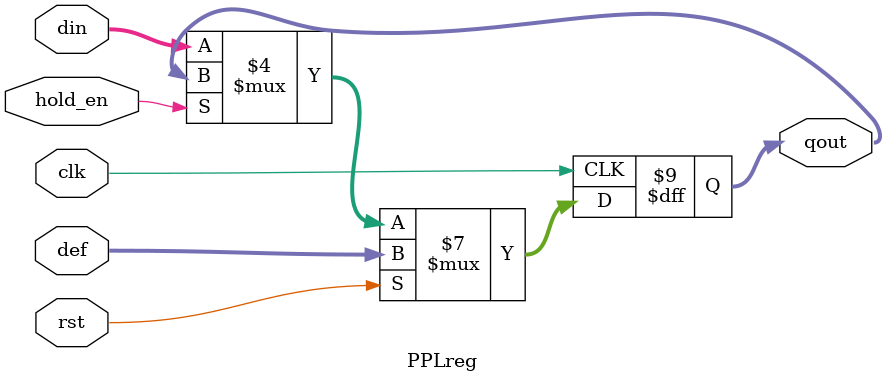
<source format=v>
module PPLreg #(
    parameter DW = 32
) (
    input wire clk,
    input wire rst,
    input wire hold_en,

    input  wire [DW-1:0] def,
    input  wire [DW-1:0] din,
    output reg  [DW-1:0] qout = 'b0
);

    always @(posedge clk) begin
        if (rst) qout <= def;
        else if (hold_en) qout <= qout;
        else qout <= din;
    end

endmodule

</source>
